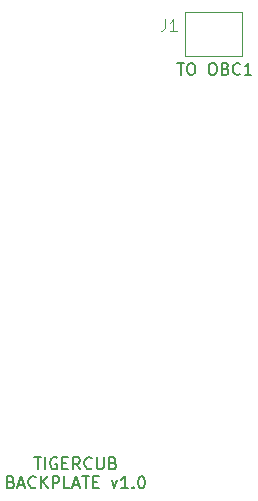
<source format=gbr>
%TF.GenerationSoftware,KiCad,Pcbnew,7.0.10*%
%TF.CreationDate,2024-04-17T22:46:39-04:00*%
%TF.ProjectId,kill-switch,6b696c6c-2d73-4776-9974-63682e6b6963,rev?*%
%TF.SameCoordinates,Original*%
%TF.FileFunction,Legend,Top*%
%TF.FilePolarity,Positive*%
%FSLAX46Y46*%
G04 Gerber Fmt 4.6, Leading zero omitted, Abs format (unit mm)*
G04 Created by KiCad (PCBNEW 7.0.10) date 2024-04-17 22:46:39*
%MOMM*%
%LPD*%
G01*
G04 APERTURE LIST*
%ADD10C,0.150000*%
%ADD11C,0.100000*%
G04 APERTURE END LIST*
D10*
X87393922Y-70669819D02*
X87965350Y-70669819D01*
X87679636Y-71669819D02*
X87679636Y-70669819D01*
X88489160Y-70669819D02*
X88679636Y-70669819D01*
X88679636Y-70669819D02*
X88774874Y-70717438D01*
X88774874Y-70717438D02*
X88870112Y-70812676D01*
X88870112Y-70812676D02*
X88917731Y-71003152D01*
X88917731Y-71003152D02*
X88917731Y-71336485D01*
X88917731Y-71336485D02*
X88870112Y-71526961D01*
X88870112Y-71526961D02*
X88774874Y-71622200D01*
X88774874Y-71622200D02*
X88679636Y-71669819D01*
X88679636Y-71669819D02*
X88489160Y-71669819D01*
X88489160Y-71669819D02*
X88393922Y-71622200D01*
X88393922Y-71622200D02*
X88298684Y-71526961D01*
X88298684Y-71526961D02*
X88251065Y-71336485D01*
X88251065Y-71336485D02*
X88251065Y-71003152D01*
X88251065Y-71003152D02*
X88298684Y-70812676D01*
X88298684Y-70812676D02*
X88393922Y-70717438D01*
X88393922Y-70717438D02*
X88489160Y-70669819D01*
X90298684Y-70669819D02*
X90489160Y-70669819D01*
X90489160Y-70669819D02*
X90584398Y-70717438D01*
X90584398Y-70717438D02*
X90679636Y-70812676D01*
X90679636Y-70812676D02*
X90727255Y-71003152D01*
X90727255Y-71003152D02*
X90727255Y-71336485D01*
X90727255Y-71336485D02*
X90679636Y-71526961D01*
X90679636Y-71526961D02*
X90584398Y-71622200D01*
X90584398Y-71622200D02*
X90489160Y-71669819D01*
X90489160Y-71669819D02*
X90298684Y-71669819D01*
X90298684Y-71669819D02*
X90203446Y-71622200D01*
X90203446Y-71622200D02*
X90108208Y-71526961D01*
X90108208Y-71526961D02*
X90060589Y-71336485D01*
X90060589Y-71336485D02*
X90060589Y-71003152D01*
X90060589Y-71003152D02*
X90108208Y-70812676D01*
X90108208Y-70812676D02*
X90203446Y-70717438D01*
X90203446Y-70717438D02*
X90298684Y-70669819D01*
X91489160Y-71146009D02*
X91632017Y-71193628D01*
X91632017Y-71193628D02*
X91679636Y-71241247D01*
X91679636Y-71241247D02*
X91727255Y-71336485D01*
X91727255Y-71336485D02*
X91727255Y-71479342D01*
X91727255Y-71479342D02*
X91679636Y-71574580D01*
X91679636Y-71574580D02*
X91632017Y-71622200D01*
X91632017Y-71622200D02*
X91536779Y-71669819D01*
X91536779Y-71669819D02*
X91155827Y-71669819D01*
X91155827Y-71669819D02*
X91155827Y-70669819D01*
X91155827Y-70669819D02*
X91489160Y-70669819D01*
X91489160Y-70669819D02*
X91584398Y-70717438D01*
X91584398Y-70717438D02*
X91632017Y-70765057D01*
X91632017Y-70765057D02*
X91679636Y-70860295D01*
X91679636Y-70860295D02*
X91679636Y-70955533D01*
X91679636Y-70955533D02*
X91632017Y-71050771D01*
X91632017Y-71050771D02*
X91584398Y-71098390D01*
X91584398Y-71098390D02*
X91489160Y-71146009D01*
X91489160Y-71146009D02*
X91155827Y-71146009D01*
X92727255Y-71574580D02*
X92679636Y-71622200D01*
X92679636Y-71622200D02*
X92536779Y-71669819D01*
X92536779Y-71669819D02*
X92441541Y-71669819D01*
X92441541Y-71669819D02*
X92298684Y-71622200D01*
X92298684Y-71622200D02*
X92203446Y-71526961D01*
X92203446Y-71526961D02*
X92155827Y-71431723D01*
X92155827Y-71431723D02*
X92108208Y-71241247D01*
X92108208Y-71241247D02*
X92108208Y-71098390D01*
X92108208Y-71098390D02*
X92155827Y-70907914D01*
X92155827Y-70907914D02*
X92203446Y-70812676D01*
X92203446Y-70812676D02*
X92298684Y-70717438D01*
X92298684Y-70717438D02*
X92441541Y-70669819D01*
X92441541Y-70669819D02*
X92536779Y-70669819D01*
X92536779Y-70669819D02*
X92679636Y-70717438D01*
X92679636Y-70717438D02*
X92727255Y-70765057D01*
X93679636Y-71669819D02*
X93108208Y-71669819D01*
X93393922Y-71669819D02*
X93393922Y-70669819D01*
X93393922Y-70669819D02*
X93298684Y-70812676D01*
X93298684Y-70812676D02*
X93203446Y-70907914D01*
X93203446Y-70907914D02*
X93108208Y-70955533D01*
X75300000Y-104059819D02*
X75871428Y-104059819D01*
X75585714Y-105059819D02*
X75585714Y-104059819D01*
X76204762Y-105059819D02*
X76204762Y-104059819D01*
X77204761Y-104107438D02*
X77109523Y-104059819D01*
X77109523Y-104059819D02*
X76966666Y-104059819D01*
X76966666Y-104059819D02*
X76823809Y-104107438D01*
X76823809Y-104107438D02*
X76728571Y-104202676D01*
X76728571Y-104202676D02*
X76680952Y-104297914D01*
X76680952Y-104297914D02*
X76633333Y-104488390D01*
X76633333Y-104488390D02*
X76633333Y-104631247D01*
X76633333Y-104631247D02*
X76680952Y-104821723D01*
X76680952Y-104821723D02*
X76728571Y-104916961D01*
X76728571Y-104916961D02*
X76823809Y-105012200D01*
X76823809Y-105012200D02*
X76966666Y-105059819D01*
X76966666Y-105059819D02*
X77061904Y-105059819D01*
X77061904Y-105059819D02*
X77204761Y-105012200D01*
X77204761Y-105012200D02*
X77252380Y-104964580D01*
X77252380Y-104964580D02*
X77252380Y-104631247D01*
X77252380Y-104631247D02*
X77061904Y-104631247D01*
X77680952Y-104536009D02*
X78014285Y-104536009D01*
X78157142Y-105059819D02*
X77680952Y-105059819D01*
X77680952Y-105059819D02*
X77680952Y-104059819D01*
X77680952Y-104059819D02*
X78157142Y-104059819D01*
X79157142Y-105059819D02*
X78823809Y-104583628D01*
X78585714Y-105059819D02*
X78585714Y-104059819D01*
X78585714Y-104059819D02*
X78966666Y-104059819D01*
X78966666Y-104059819D02*
X79061904Y-104107438D01*
X79061904Y-104107438D02*
X79109523Y-104155057D01*
X79109523Y-104155057D02*
X79157142Y-104250295D01*
X79157142Y-104250295D02*
X79157142Y-104393152D01*
X79157142Y-104393152D02*
X79109523Y-104488390D01*
X79109523Y-104488390D02*
X79061904Y-104536009D01*
X79061904Y-104536009D02*
X78966666Y-104583628D01*
X78966666Y-104583628D02*
X78585714Y-104583628D01*
X80157142Y-104964580D02*
X80109523Y-105012200D01*
X80109523Y-105012200D02*
X79966666Y-105059819D01*
X79966666Y-105059819D02*
X79871428Y-105059819D01*
X79871428Y-105059819D02*
X79728571Y-105012200D01*
X79728571Y-105012200D02*
X79633333Y-104916961D01*
X79633333Y-104916961D02*
X79585714Y-104821723D01*
X79585714Y-104821723D02*
X79538095Y-104631247D01*
X79538095Y-104631247D02*
X79538095Y-104488390D01*
X79538095Y-104488390D02*
X79585714Y-104297914D01*
X79585714Y-104297914D02*
X79633333Y-104202676D01*
X79633333Y-104202676D02*
X79728571Y-104107438D01*
X79728571Y-104107438D02*
X79871428Y-104059819D01*
X79871428Y-104059819D02*
X79966666Y-104059819D01*
X79966666Y-104059819D02*
X80109523Y-104107438D01*
X80109523Y-104107438D02*
X80157142Y-104155057D01*
X80585714Y-104059819D02*
X80585714Y-104869342D01*
X80585714Y-104869342D02*
X80633333Y-104964580D01*
X80633333Y-104964580D02*
X80680952Y-105012200D01*
X80680952Y-105012200D02*
X80776190Y-105059819D01*
X80776190Y-105059819D02*
X80966666Y-105059819D01*
X80966666Y-105059819D02*
X81061904Y-105012200D01*
X81061904Y-105012200D02*
X81109523Y-104964580D01*
X81109523Y-104964580D02*
X81157142Y-104869342D01*
X81157142Y-104869342D02*
X81157142Y-104059819D01*
X81966666Y-104536009D02*
X82109523Y-104583628D01*
X82109523Y-104583628D02*
X82157142Y-104631247D01*
X82157142Y-104631247D02*
X82204761Y-104726485D01*
X82204761Y-104726485D02*
X82204761Y-104869342D01*
X82204761Y-104869342D02*
X82157142Y-104964580D01*
X82157142Y-104964580D02*
X82109523Y-105012200D01*
X82109523Y-105012200D02*
X82014285Y-105059819D01*
X82014285Y-105059819D02*
X81633333Y-105059819D01*
X81633333Y-105059819D02*
X81633333Y-104059819D01*
X81633333Y-104059819D02*
X81966666Y-104059819D01*
X81966666Y-104059819D02*
X82061904Y-104107438D01*
X82061904Y-104107438D02*
X82109523Y-104155057D01*
X82109523Y-104155057D02*
X82157142Y-104250295D01*
X82157142Y-104250295D02*
X82157142Y-104345533D01*
X82157142Y-104345533D02*
X82109523Y-104440771D01*
X82109523Y-104440771D02*
X82061904Y-104488390D01*
X82061904Y-104488390D02*
X81966666Y-104536009D01*
X81966666Y-104536009D02*
X81633333Y-104536009D01*
X73323809Y-106146009D02*
X73466666Y-106193628D01*
X73466666Y-106193628D02*
X73514285Y-106241247D01*
X73514285Y-106241247D02*
X73561904Y-106336485D01*
X73561904Y-106336485D02*
X73561904Y-106479342D01*
X73561904Y-106479342D02*
X73514285Y-106574580D01*
X73514285Y-106574580D02*
X73466666Y-106622200D01*
X73466666Y-106622200D02*
X73371428Y-106669819D01*
X73371428Y-106669819D02*
X72990476Y-106669819D01*
X72990476Y-106669819D02*
X72990476Y-105669819D01*
X72990476Y-105669819D02*
X73323809Y-105669819D01*
X73323809Y-105669819D02*
X73419047Y-105717438D01*
X73419047Y-105717438D02*
X73466666Y-105765057D01*
X73466666Y-105765057D02*
X73514285Y-105860295D01*
X73514285Y-105860295D02*
X73514285Y-105955533D01*
X73514285Y-105955533D02*
X73466666Y-106050771D01*
X73466666Y-106050771D02*
X73419047Y-106098390D01*
X73419047Y-106098390D02*
X73323809Y-106146009D01*
X73323809Y-106146009D02*
X72990476Y-106146009D01*
X73942857Y-106384104D02*
X74419047Y-106384104D01*
X73847619Y-106669819D02*
X74180952Y-105669819D01*
X74180952Y-105669819D02*
X74514285Y-106669819D01*
X75419047Y-106574580D02*
X75371428Y-106622200D01*
X75371428Y-106622200D02*
X75228571Y-106669819D01*
X75228571Y-106669819D02*
X75133333Y-106669819D01*
X75133333Y-106669819D02*
X74990476Y-106622200D01*
X74990476Y-106622200D02*
X74895238Y-106526961D01*
X74895238Y-106526961D02*
X74847619Y-106431723D01*
X74847619Y-106431723D02*
X74800000Y-106241247D01*
X74800000Y-106241247D02*
X74800000Y-106098390D01*
X74800000Y-106098390D02*
X74847619Y-105907914D01*
X74847619Y-105907914D02*
X74895238Y-105812676D01*
X74895238Y-105812676D02*
X74990476Y-105717438D01*
X74990476Y-105717438D02*
X75133333Y-105669819D01*
X75133333Y-105669819D02*
X75228571Y-105669819D01*
X75228571Y-105669819D02*
X75371428Y-105717438D01*
X75371428Y-105717438D02*
X75419047Y-105765057D01*
X75847619Y-106669819D02*
X75847619Y-105669819D01*
X76419047Y-106669819D02*
X75990476Y-106098390D01*
X76419047Y-105669819D02*
X75847619Y-106241247D01*
X76847619Y-106669819D02*
X76847619Y-105669819D01*
X76847619Y-105669819D02*
X77228571Y-105669819D01*
X77228571Y-105669819D02*
X77323809Y-105717438D01*
X77323809Y-105717438D02*
X77371428Y-105765057D01*
X77371428Y-105765057D02*
X77419047Y-105860295D01*
X77419047Y-105860295D02*
X77419047Y-106003152D01*
X77419047Y-106003152D02*
X77371428Y-106098390D01*
X77371428Y-106098390D02*
X77323809Y-106146009D01*
X77323809Y-106146009D02*
X77228571Y-106193628D01*
X77228571Y-106193628D02*
X76847619Y-106193628D01*
X78323809Y-106669819D02*
X77847619Y-106669819D01*
X77847619Y-106669819D02*
X77847619Y-105669819D01*
X78609524Y-106384104D02*
X79085714Y-106384104D01*
X78514286Y-106669819D02*
X78847619Y-105669819D01*
X78847619Y-105669819D02*
X79180952Y-106669819D01*
X79371429Y-105669819D02*
X79942857Y-105669819D01*
X79657143Y-106669819D02*
X79657143Y-105669819D01*
X80276191Y-106146009D02*
X80609524Y-106146009D01*
X80752381Y-106669819D02*
X80276191Y-106669819D01*
X80276191Y-106669819D02*
X80276191Y-105669819D01*
X80276191Y-105669819D02*
X80752381Y-105669819D01*
X81847620Y-106003152D02*
X82085715Y-106669819D01*
X82085715Y-106669819D02*
X82323810Y-106003152D01*
X83228572Y-106669819D02*
X82657144Y-106669819D01*
X82942858Y-106669819D02*
X82942858Y-105669819D01*
X82942858Y-105669819D02*
X82847620Y-105812676D01*
X82847620Y-105812676D02*
X82752382Y-105907914D01*
X82752382Y-105907914D02*
X82657144Y-105955533D01*
X83657144Y-106574580D02*
X83704763Y-106622200D01*
X83704763Y-106622200D02*
X83657144Y-106669819D01*
X83657144Y-106669819D02*
X83609525Y-106622200D01*
X83609525Y-106622200D02*
X83657144Y-106574580D01*
X83657144Y-106574580D02*
X83657144Y-106669819D01*
X84323810Y-105669819D02*
X84419048Y-105669819D01*
X84419048Y-105669819D02*
X84514286Y-105717438D01*
X84514286Y-105717438D02*
X84561905Y-105765057D01*
X84561905Y-105765057D02*
X84609524Y-105860295D01*
X84609524Y-105860295D02*
X84657143Y-106050771D01*
X84657143Y-106050771D02*
X84657143Y-106288866D01*
X84657143Y-106288866D02*
X84609524Y-106479342D01*
X84609524Y-106479342D02*
X84561905Y-106574580D01*
X84561905Y-106574580D02*
X84514286Y-106622200D01*
X84514286Y-106622200D02*
X84419048Y-106669819D01*
X84419048Y-106669819D02*
X84323810Y-106669819D01*
X84323810Y-106669819D02*
X84228572Y-106622200D01*
X84228572Y-106622200D02*
X84180953Y-106574580D01*
X84180953Y-106574580D02*
X84133334Y-106479342D01*
X84133334Y-106479342D02*
X84085715Y-106288866D01*
X84085715Y-106288866D02*
X84085715Y-106050771D01*
X84085715Y-106050771D02*
X84133334Y-105860295D01*
X84133334Y-105860295D02*
X84180953Y-105765057D01*
X84180953Y-105765057D02*
X84228572Y-105717438D01*
X84228572Y-105717438D02*
X84323810Y-105669819D01*
D11*
X86366666Y-66957419D02*
X86366666Y-67671704D01*
X86366666Y-67671704D02*
X86319047Y-67814561D01*
X86319047Y-67814561D02*
X86223809Y-67909800D01*
X86223809Y-67909800D02*
X86080952Y-67957419D01*
X86080952Y-67957419D02*
X85985714Y-67957419D01*
X87366666Y-67957419D02*
X86795238Y-67957419D01*
X87080952Y-67957419D02*
X87080952Y-66957419D01*
X87080952Y-66957419D02*
X86985714Y-67100276D01*
X86985714Y-67100276D02*
X86890476Y-67195514D01*
X86890476Y-67195514D02*
X86795238Y-67243133D01*
%TO.C,J1*%
X92854000Y-70079000D02*
X88096000Y-70079000D01*
X88096000Y-70079000D02*
X88096000Y-66371000D01*
X88096000Y-66371000D02*
X92854000Y-66371000D01*
X92854000Y-66371000D02*
X92854000Y-70079000D01*
%TD*%
M02*

</source>
